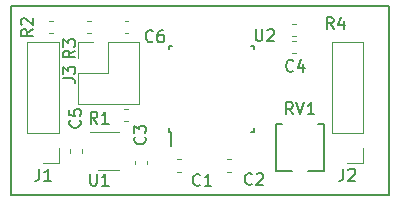
<source format=gto>
G04 #@! TF.GenerationSoftware,KiCad,Pcbnew,(5.0.0-dirty)*
G04 #@! TF.CreationDate,2020-09-03T12:08:13+09:00*
G04 #@! TF.ProjectId,fake-fan-mk2,66616B652D66616E2D6D6B322E6B6963,rev?*
G04 #@! TF.SameCoordinates,Original*
G04 #@! TF.FileFunction,Legend,Top*
G04 #@! TF.FilePolarity,Positive*
%FSLAX46Y46*%
G04 Gerber Fmt 4.6, Leading zero omitted, Abs format (unit mm)*
G04 Created by KiCad (PCBNEW (5.0.0-dirty)) date 09/03/20 12:08:13*
%MOMM*%
%LPD*%
G01*
G04 APERTURE LIST*
%ADD10C,0.200000*%
%ADD11C,0.120000*%
%ADD12C,0.150000*%
G04 APERTURE END LIST*
D10*
X14000000Y-30000000D02*
X14000000Y-14000000D01*
X46000000Y-30000000D02*
X14000000Y-30000000D01*
X46000000Y-14000000D02*
X46000000Y-30000000D01*
X14000000Y-14000000D02*
X46000000Y-14000000D01*
D11*
G04 #@! TO.C,C3*
X25510000Y-27412779D02*
X25510000Y-27087221D01*
X24490000Y-27412779D02*
X24490000Y-27087221D01*
G04 #@! TO.C,C1*
X28087221Y-28010000D02*
X28412779Y-28010000D01*
X28087221Y-26990000D02*
X28412779Y-26990000D01*
G04 #@! TO.C,C2*
X32662779Y-28010000D02*
X32337221Y-28010000D01*
X32662779Y-26990000D02*
X32337221Y-26990000D01*
G04 #@! TO.C,C4*
X38162779Y-16990000D02*
X37837221Y-16990000D01*
X38162779Y-18010000D02*
X37837221Y-18010000D01*
G04 #@! TO.C,R1*
X23912779Y-22740000D02*
X23587221Y-22740000D01*
X23912779Y-23760000D02*
X23587221Y-23760000D01*
D12*
G04 #@! TO.C,RV1*
X36500000Y-24000000D02*
X37000000Y-24000000D01*
X36500000Y-28000000D02*
X36500000Y-24000000D01*
X37800000Y-28000000D02*
X36500000Y-28000000D01*
X40500000Y-24000000D02*
X40000000Y-24000000D01*
X40500000Y-28000000D02*
X40500000Y-24000000D01*
X39200000Y-28000000D02*
X40500000Y-28000000D01*
G04 #@! TO.C,U2*
X27375000Y-24625000D02*
X27600000Y-24625000D01*
X27375000Y-17375000D02*
X27675000Y-17375000D01*
X34625000Y-17375000D02*
X34325000Y-17375000D01*
X34625000Y-24625000D02*
X34325000Y-24625000D01*
X27375000Y-24625000D02*
X27375000Y-24325000D01*
X34625000Y-24625000D02*
X34625000Y-24325000D01*
X34625000Y-17375000D02*
X34625000Y-17675000D01*
X27375000Y-17375000D02*
X27375000Y-17675000D01*
X27600000Y-24625000D02*
X27600000Y-25850000D01*
D11*
G04 #@! TO.C,J1*
X18080000Y-27330000D02*
X16750000Y-27330000D01*
X18080000Y-26000000D02*
X18080000Y-27330000D01*
X18080000Y-24730000D02*
X15420000Y-24730000D01*
X15420000Y-24730000D02*
X15420000Y-17050000D01*
X18080000Y-24730000D02*
X18080000Y-17050000D01*
X18080000Y-17050000D02*
X15420000Y-17050000D01*
G04 #@! TO.C,J2*
X43830000Y-17050000D02*
X41170000Y-17050000D01*
X43830000Y-24730000D02*
X43830000Y-17050000D01*
X41170000Y-24730000D02*
X41170000Y-17050000D01*
X43830000Y-24730000D02*
X41170000Y-24730000D01*
X43830000Y-26000000D02*
X43830000Y-27330000D01*
X43830000Y-27330000D02*
X42500000Y-27330000D01*
G04 #@! TO.C,J3*
X19670000Y-22270000D02*
X24870000Y-22270000D01*
X19670000Y-19670000D02*
X19670000Y-22270000D01*
X24870000Y-17070000D02*
X24870000Y-22270000D01*
X19670000Y-19670000D02*
X22270000Y-19670000D01*
X22270000Y-19670000D02*
X22270000Y-17070000D01*
X22270000Y-17070000D02*
X24870000Y-17070000D01*
X19670000Y-18400000D02*
X19670000Y-17070000D01*
X19670000Y-17070000D02*
X21000000Y-17070000D01*
G04 #@! TO.C,U1*
X21350000Y-27860000D02*
X23150000Y-27860000D01*
X23150000Y-24640000D02*
X20700000Y-24640000D01*
G04 #@! TO.C,C5*
X18990000Y-26412779D02*
X18990000Y-26087221D01*
X20010000Y-26412779D02*
X20010000Y-26087221D01*
G04 #@! TO.C,C6*
X23962779Y-16310000D02*
X23637221Y-16310000D01*
X23962779Y-15290000D02*
X23637221Y-15290000D01*
G04 #@! TO.C,R2*
X17562779Y-16310000D02*
X17237221Y-16310000D01*
X17562779Y-15290000D02*
X17237221Y-15290000D01*
G04 #@! TO.C,R3*
X20762779Y-15290000D02*
X20437221Y-15290000D01*
X20762779Y-16310000D02*
X20437221Y-16310000D01*
G04 #@! TO.C,R4*
X38162779Y-16510000D02*
X37837221Y-16510000D01*
X38162779Y-15490000D02*
X37837221Y-15490000D01*
G04 #@! TD*
G04 #@! TO.C,C3*
D12*
X25357142Y-25066666D02*
X25404761Y-25114285D01*
X25452380Y-25257142D01*
X25452380Y-25352380D01*
X25404761Y-25495238D01*
X25309523Y-25590476D01*
X25214285Y-25638095D01*
X25023809Y-25685714D01*
X24880952Y-25685714D01*
X24690476Y-25638095D01*
X24595238Y-25590476D01*
X24500000Y-25495238D01*
X24452380Y-25352380D01*
X24452380Y-25257142D01*
X24500000Y-25114285D01*
X24547619Y-25066666D01*
X24452380Y-24733333D02*
X24452380Y-24114285D01*
X24833333Y-24447619D01*
X24833333Y-24304761D01*
X24880952Y-24209523D01*
X24928571Y-24161904D01*
X25023809Y-24114285D01*
X25261904Y-24114285D01*
X25357142Y-24161904D01*
X25404761Y-24209523D01*
X25452380Y-24304761D01*
X25452380Y-24590476D01*
X25404761Y-24685714D01*
X25357142Y-24733333D01*
G04 #@! TO.C,C1*
X30033333Y-29127142D02*
X29985714Y-29174761D01*
X29842857Y-29222380D01*
X29747619Y-29222380D01*
X29604761Y-29174761D01*
X29509523Y-29079523D01*
X29461904Y-28984285D01*
X29414285Y-28793809D01*
X29414285Y-28650952D01*
X29461904Y-28460476D01*
X29509523Y-28365238D01*
X29604761Y-28270000D01*
X29747619Y-28222380D01*
X29842857Y-28222380D01*
X29985714Y-28270000D01*
X30033333Y-28317619D01*
X30985714Y-29222380D02*
X30414285Y-29222380D01*
X30700000Y-29222380D02*
X30700000Y-28222380D01*
X30604761Y-28365238D01*
X30509523Y-28460476D01*
X30414285Y-28508095D01*
G04 #@! TO.C,C2*
X34433333Y-29057142D02*
X34385714Y-29104761D01*
X34242857Y-29152380D01*
X34147619Y-29152380D01*
X34004761Y-29104761D01*
X33909523Y-29009523D01*
X33861904Y-28914285D01*
X33814285Y-28723809D01*
X33814285Y-28580952D01*
X33861904Y-28390476D01*
X33909523Y-28295238D01*
X34004761Y-28200000D01*
X34147619Y-28152380D01*
X34242857Y-28152380D01*
X34385714Y-28200000D01*
X34433333Y-28247619D01*
X34814285Y-28247619D02*
X34861904Y-28200000D01*
X34957142Y-28152380D01*
X35195238Y-28152380D01*
X35290476Y-28200000D01*
X35338095Y-28247619D01*
X35385714Y-28342857D01*
X35385714Y-28438095D01*
X35338095Y-28580952D01*
X34766666Y-29152380D01*
X35385714Y-29152380D01*
G04 #@! TO.C,C4*
X37933333Y-19457142D02*
X37885714Y-19504761D01*
X37742857Y-19552380D01*
X37647619Y-19552380D01*
X37504761Y-19504761D01*
X37409523Y-19409523D01*
X37361904Y-19314285D01*
X37314285Y-19123809D01*
X37314285Y-18980952D01*
X37361904Y-18790476D01*
X37409523Y-18695238D01*
X37504761Y-18600000D01*
X37647619Y-18552380D01*
X37742857Y-18552380D01*
X37885714Y-18600000D01*
X37933333Y-18647619D01*
X38790476Y-18885714D02*
X38790476Y-19552380D01*
X38552380Y-18504761D02*
X38314285Y-19219047D01*
X38933333Y-19219047D01*
G04 #@! TO.C,R1*
X21333333Y-23952380D02*
X21000000Y-23476190D01*
X20761904Y-23952380D02*
X20761904Y-22952380D01*
X21142857Y-22952380D01*
X21238095Y-23000000D01*
X21285714Y-23047619D01*
X21333333Y-23142857D01*
X21333333Y-23285714D01*
X21285714Y-23380952D01*
X21238095Y-23428571D01*
X21142857Y-23476190D01*
X20761904Y-23476190D01*
X22285714Y-23952380D02*
X21714285Y-23952380D01*
X22000000Y-23952380D02*
X22000000Y-22952380D01*
X21904761Y-23095238D01*
X21809523Y-23190476D01*
X21714285Y-23238095D01*
G04 #@! TO.C,RV1*
X37904761Y-23150380D02*
X37571428Y-22674190D01*
X37333333Y-23150380D02*
X37333333Y-22150380D01*
X37714285Y-22150380D01*
X37809523Y-22198000D01*
X37857142Y-22245619D01*
X37904761Y-22340857D01*
X37904761Y-22483714D01*
X37857142Y-22578952D01*
X37809523Y-22626571D01*
X37714285Y-22674190D01*
X37333333Y-22674190D01*
X38190476Y-22150380D02*
X38523809Y-23150380D01*
X38857142Y-22150380D01*
X39714285Y-23150380D02*
X39142857Y-23150380D01*
X39428571Y-23150380D02*
X39428571Y-22150380D01*
X39333333Y-22293238D01*
X39238095Y-22388476D01*
X39142857Y-22436095D01*
G04 #@! TO.C,U2*
X34738095Y-15952380D02*
X34738095Y-16761904D01*
X34785714Y-16857142D01*
X34833333Y-16904761D01*
X34928571Y-16952380D01*
X35119047Y-16952380D01*
X35214285Y-16904761D01*
X35261904Y-16857142D01*
X35309523Y-16761904D01*
X35309523Y-15952380D01*
X35738095Y-16047619D02*
X35785714Y-16000000D01*
X35880952Y-15952380D01*
X36119047Y-15952380D01*
X36214285Y-16000000D01*
X36261904Y-16047619D01*
X36309523Y-16142857D01*
X36309523Y-16238095D01*
X36261904Y-16380952D01*
X35690476Y-16952380D01*
X36309523Y-16952380D01*
G04 #@! TO.C,J1*
X16416666Y-27782380D02*
X16416666Y-28496666D01*
X16369047Y-28639523D01*
X16273809Y-28734761D01*
X16130952Y-28782380D01*
X16035714Y-28782380D01*
X17416666Y-28782380D02*
X16845238Y-28782380D01*
X17130952Y-28782380D02*
X17130952Y-27782380D01*
X17035714Y-27925238D01*
X16940476Y-28020476D01*
X16845238Y-28068095D01*
G04 #@! TO.C,J2*
X42166666Y-27782380D02*
X42166666Y-28496666D01*
X42119047Y-28639523D01*
X42023809Y-28734761D01*
X41880952Y-28782380D01*
X41785714Y-28782380D01*
X42595238Y-27877619D02*
X42642857Y-27830000D01*
X42738095Y-27782380D01*
X42976190Y-27782380D01*
X43071428Y-27830000D01*
X43119047Y-27877619D01*
X43166666Y-27972857D01*
X43166666Y-28068095D01*
X43119047Y-28210952D01*
X42547619Y-28782380D01*
X43166666Y-28782380D01*
G04 #@! TO.C,J3*
X18452380Y-20133333D02*
X19166666Y-20133333D01*
X19309523Y-20180952D01*
X19404761Y-20276190D01*
X19452380Y-20419047D01*
X19452380Y-20514285D01*
X18452380Y-19752380D02*
X18452380Y-19133333D01*
X18833333Y-19466666D01*
X18833333Y-19323809D01*
X18880952Y-19228571D01*
X18928571Y-19180952D01*
X19023809Y-19133333D01*
X19261904Y-19133333D01*
X19357142Y-19180952D01*
X19404761Y-19228571D01*
X19452380Y-19323809D01*
X19452380Y-19609523D01*
X19404761Y-19704761D01*
X19357142Y-19752380D01*
G04 #@! TO.C,U1*
X20738095Y-28202380D02*
X20738095Y-29011904D01*
X20785714Y-29107142D01*
X20833333Y-29154761D01*
X20928571Y-29202380D01*
X21119047Y-29202380D01*
X21214285Y-29154761D01*
X21261904Y-29107142D01*
X21309523Y-29011904D01*
X21309523Y-28202380D01*
X22309523Y-29202380D02*
X21738095Y-29202380D01*
X22023809Y-29202380D02*
X22023809Y-28202380D01*
X21928571Y-28345238D01*
X21833333Y-28440476D01*
X21738095Y-28488095D01*
G04 #@! TO.C,C5*
X19857142Y-23666666D02*
X19904761Y-23714285D01*
X19952380Y-23857142D01*
X19952380Y-23952380D01*
X19904761Y-24095238D01*
X19809523Y-24190476D01*
X19714285Y-24238095D01*
X19523809Y-24285714D01*
X19380952Y-24285714D01*
X19190476Y-24238095D01*
X19095238Y-24190476D01*
X19000000Y-24095238D01*
X18952380Y-23952380D01*
X18952380Y-23857142D01*
X19000000Y-23714285D01*
X19047619Y-23666666D01*
X18952380Y-22761904D02*
X18952380Y-23238095D01*
X19428571Y-23285714D01*
X19380952Y-23238095D01*
X19333333Y-23142857D01*
X19333333Y-22904761D01*
X19380952Y-22809523D01*
X19428571Y-22761904D01*
X19523809Y-22714285D01*
X19761904Y-22714285D01*
X19857142Y-22761904D01*
X19904761Y-22809523D01*
X19952380Y-22904761D01*
X19952380Y-23142857D01*
X19904761Y-23238095D01*
X19857142Y-23285714D01*
G04 #@! TO.C,C6*
X26033333Y-16957142D02*
X25985714Y-17004761D01*
X25842857Y-17052380D01*
X25747619Y-17052380D01*
X25604761Y-17004761D01*
X25509523Y-16909523D01*
X25461904Y-16814285D01*
X25414285Y-16623809D01*
X25414285Y-16480952D01*
X25461904Y-16290476D01*
X25509523Y-16195238D01*
X25604761Y-16100000D01*
X25747619Y-16052380D01*
X25842857Y-16052380D01*
X25985714Y-16100000D01*
X26033333Y-16147619D01*
X26890476Y-16052380D02*
X26700000Y-16052380D01*
X26604761Y-16100000D01*
X26557142Y-16147619D01*
X26461904Y-16290476D01*
X26414285Y-16480952D01*
X26414285Y-16861904D01*
X26461904Y-16957142D01*
X26509523Y-17004761D01*
X26604761Y-17052380D01*
X26795238Y-17052380D01*
X26890476Y-17004761D01*
X26938095Y-16957142D01*
X26985714Y-16861904D01*
X26985714Y-16623809D01*
X26938095Y-16528571D01*
X26890476Y-16480952D01*
X26795238Y-16433333D01*
X26604761Y-16433333D01*
X26509523Y-16480952D01*
X26461904Y-16528571D01*
X26414285Y-16623809D01*
G04 #@! TO.C,R2*
X15852380Y-15966666D02*
X15376190Y-16300000D01*
X15852380Y-16538095D02*
X14852380Y-16538095D01*
X14852380Y-16157142D01*
X14900000Y-16061904D01*
X14947619Y-16014285D01*
X15042857Y-15966666D01*
X15185714Y-15966666D01*
X15280952Y-16014285D01*
X15328571Y-16061904D01*
X15376190Y-16157142D01*
X15376190Y-16538095D01*
X14947619Y-15585714D02*
X14900000Y-15538095D01*
X14852380Y-15442857D01*
X14852380Y-15204761D01*
X14900000Y-15109523D01*
X14947619Y-15061904D01*
X15042857Y-15014285D01*
X15138095Y-15014285D01*
X15280952Y-15061904D01*
X15852380Y-15633333D01*
X15852380Y-15014285D01*
G04 #@! TO.C,R3*
X19452380Y-17766666D02*
X18976190Y-18100000D01*
X19452380Y-18338095D02*
X18452380Y-18338095D01*
X18452380Y-17957142D01*
X18500000Y-17861904D01*
X18547619Y-17814285D01*
X18642857Y-17766666D01*
X18785714Y-17766666D01*
X18880952Y-17814285D01*
X18928571Y-17861904D01*
X18976190Y-17957142D01*
X18976190Y-18338095D01*
X18452380Y-17433333D02*
X18452380Y-16814285D01*
X18833333Y-17147619D01*
X18833333Y-17004761D01*
X18880952Y-16909523D01*
X18928571Y-16861904D01*
X19023809Y-16814285D01*
X19261904Y-16814285D01*
X19357142Y-16861904D01*
X19404761Y-16909523D01*
X19452380Y-17004761D01*
X19452380Y-17290476D01*
X19404761Y-17385714D01*
X19357142Y-17433333D01*
G04 #@! TO.C,R4*
X41333333Y-15952380D02*
X41000000Y-15476190D01*
X40761904Y-15952380D02*
X40761904Y-14952380D01*
X41142857Y-14952380D01*
X41238095Y-15000000D01*
X41285714Y-15047619D01*
X41333333Y-15142857D01*
X41333333Y-15285714D01*
X41285714Y-15380952D01*
X41238095Y-15428571D01*
X41142857Y-15476190D01*
X40761904Y-15476190D01*
X42190476Y-15285714D02*
X42190476Y-15952380D01*
X41952380Y-14904761D02*
X41714285Y-15619047D01*
X42333333Y-15619047D01*
G04 #@! TD*
M02*

</source>
